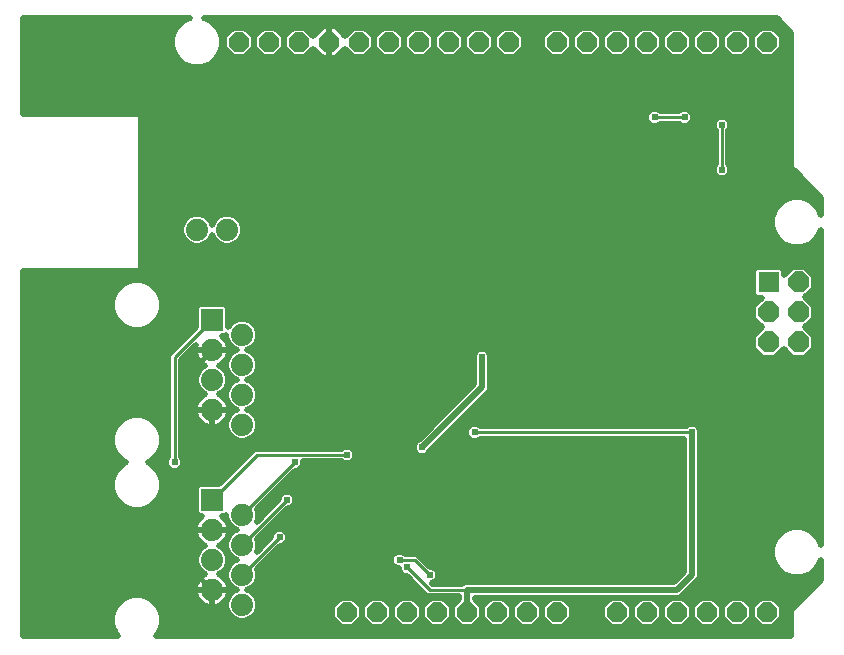
<source format=gbl>
G75*
G70*
%OFA0B0*%
%FSLAX24Y24*%
%IPPOS*%
%LPD*%
%AMOC8*
5,1,8,0,0,1.08239X$1,22.5*
%
%ADD10OC8,0.0660*%
%ADD11OC8,0.0700*%
%ADD12R,0.0700X0.0700*%
%ADD13C,0.0740*%
%ADD14R,0.0740X0.0740*%
%ADD15C,0.0238*%
%ADD16C,0.0100*%
%ADD17C,0.0200*%
%ADD18C,0.0160*%
D10*
X011500Y001500D03*
X012500Y001500D03*
X013500Y001500D03*
X014500Y001500D03*
X015500Y001500D03*
X016500Y001500D03*
X017500Y001500D03*
X018500Y001500D03*
X020500Y001500D03*
X021500Y001500D03*
X022500Y001500D03*
X023500Y001500D03*
X024500Y001500D03*
X025500Y001500D03*
X025500Y020500D03*
X024500Y020500D03*
X023500Y020500D03*
X022500Y020500D03*
X021500Y020500D03*
X020500Y020500D03*
X019500Y020500D03*
X018500Y020500D03*
X016900Y020500D03*
X015900Y020500D03*
X014900Y020500D03*
X013900Y020500D03*
X012900Y020500D03*
X011900Y020500D03*
X010900Y020500D03*
X009900Y020500D03*
X008900Y020500D03*
X007900Y020500D03*
D11*
X025550Y011500D03*
X026550Y011500D03*
X026550Y010500D03*
X025550Y010500D03*
X026550Y012500D03*
D12*
X025550Y012500D03*
D13*
X008000Y010750D03*
X007000Y010250D03*
X008000Y009750D03*
X007000Y009250D03*
X008000Y008750D03*
X007000Y008250D03*
X008000Y007750D03*
X008000Y004750D03*
X007000Y004250D03*
X008000Y003750D03*
X007000Y003250D03*
X008000Y002750D03*
X007000Y002250D03*
X008000Y001750D03*
X007500Y014250D03*
X006500Y014250D03*
D14*
X007000Y011250D03*
X007000Y005250D03*
D15*
X005750Y006500D03*
X009250Y004000D03*
X009500Y005250D03*
X009750Y006500D03*
X010500Y007250D03*
X011500Y006750D03*
X013250Y005500D03*
X014000Y007000D03*
X013500Y007250D03*
X013750Y008750D03*
X015750Y007500D03*
X016000Y010000D03*
X020750Y014250D03*
X018500Y014500D03*
X017000Y017000D03*
X021750Y018000D03*
X022750Y018000D03*
X024000Y017750D03*
X024000Y016250D03*
X023000Y007500D03*
X014250Y002750D03*
X013500Y003000D03*
X013250Y003250D03*
D16*
X013750Y003250D01*
X014250Y002750D01*
X014250Y002250D02*
X015500Y002250D01*
X014250Y002250D02*
X013500Y003000D01*
X013250Y005500D02*
X012000Y005500D01*
X011500Y006750D02*
X008500Y006750D01*
X007000Y005250D01*
X008000Y004750D02*
X009750Y006500D01*
X010500Y007250D02*
X012250Y007250D01*
X013500Y007250D01*
X012250Y007250D02*
X012000Y007000D01*
X013750Y008750D02*
X017000Y012000D01*
X017000Y014250D01*
X020750Y014250D01*
X018500Y014500D02*
X017000Y014500D01*
X017000Y014250D01*
X017000Y014500D02*
X017000Y017000D01*
X021750Y018000D02*
X022750Y018000D01*
X024000Y017750D02*
X024000Y016250D01*
X013750Y008750D02*
X010900Y011600D01*
X010900Y020500D01*
X007000Y011250D02*
X006000Y010250D01*
X005750Y010000D01*
X005750Y006500D01*
X008000Y003750D02*
X009500Y005250D01*
X009250Y004000D02*
X008000Y002750D01*
X015750Y007500D02*
X023000Y007500D01*
D17*
X000700Y012875D02*
X000700Y000700D01*
X003876Y000700D01*
X003796Y000780D01*
X003670Y001085D01*
X003670Y001415D01*
X003796Y001720D01*
X004030Y001954D01*
X004335Y002080D01*
X004665Y002080D01*
X004970Y001954D01*
X005204Y001720D01*
X005330Y001415D01*
X005330Y001085D01*
X005204Y000780D01*
X005124Y000700D01*
X026300Y000700D01*
X026300Y001583D01*
X027300Y002583D01*
X027300Y003263D01*
X027204Y003030D01*
X026970Y002796D01*
X026665Y002670D01*
X026335Y002670D01*
X026030Y002796D01*
X025796Y003030D01*
X025670Y003335D01*
X025670Y003665D01*
X025796Y003970D01*
X026030Y004204D01*
X026335Y004330D01*
X026665Y004330D01*
X026970Y004204D01*
X027204Y003970D01*
X027300Y003737D01*
X027300Y014263D01*
X027204Y014030D01*
X026970Y013796D01*
X026665Y013670D01*
X026335Y013670D01*
X026030Y013796D01*
X025796Y014030D01*
X025670Y014335D01*
X025670Y014665D01*
X025796Y014970D01*
X026030Y015204D01*
X026335Y015330D01*
X026665Y015330D01*
X026970Y015204D01*
X027204Y014970D01*
X027300Y014737D01*
X027300Y015317D01*
X026417Y016200D01*
X026300Y016317D01*
X026300Y020817D01*
X025817Y021300D01*
X006737Y021300D01*
X006970Y021204D01*
X007204Y020970D01*
X007330Y020665D01*
X007330Y020335D01*
X007204Y020030D01*
X006970Y019796D01*
X006665Y019670D01*
X006335Y019670D01*
X006030Y019796D01*
X005796Y020030D01*
X005670Y020335D01*
X005670Y020665D01*
X005796Y020970D01*
X006030Y021204D01*
X006263Y021300D01*
X000700Y021300D01*
X000700Y018125D01*
X004552Y018125D01*
X004625Y018052D01*
X004625Y012948D01*
X004552Y012875D01*
X000700Y012875D01*
X000700Y012807D02*
X025040Y012807D01*
X025040Y012916D02*
X025040Y012084D01*
X025134Y011990D01*
X025319Y011990D01*
X025040Y011711D01*
X025040Y011289D01*
X025329Y011000D01*
X025040Y010711D01*
X025040Y010289D01*
X025339Y009990D01*
X025761Y009990D01*
X026050Y010279D01*
X026339Y009990D01*
X026761Y009990D01*
X027060Y010289D01*
X027060Y010711D01*
X026771Y011000D01*
X027060Y011289D01*
X027060Y011711D01*
X026771Y012000D01*
X027060Y012289D01*
X027060Y012711D01*
X026761Y013010D01*
X026339Y013010D01*
X026060Y012731D01*
X026060Y012916D01*
X025966Y013010D01*
X025134Y013010D01*
X025040Y012916D01*
X025129Y013006D02*
X004625Y013006D01*
X004625Y013204D02*
X027300Y013204D01*
X027300Y013006D02*
X026766Y013006D01*
X026964Y012807D02*
X027300Y012807D01*
X027300Y012609D02*
X027060Y012609D01*
X027060Y012410D02*
X027300Y012410D01*
X027300Y012212D02*
X026983Y012212D01*
X026784Y012013D02*
X027300Y012013D01*
X027300Y011815D02*
X026957Y011815D01*
X027060Y011616D02*
X027300Y011616D01*
X027300Y011418D02*
X027060Y011418D01*
X026990Y011219D02*
X027300Y011219D01*
X027300Y011021D02*
X026792Y011021D01*
X026949Y010822D02*
X027300Y010822D01*
X027300Y010624D02*
X027060Y010624D01*
X027060Y010425D02*
X027300Y010425D01*
X027300Y010227D02*
X026998Y010227D01*
X026799Y010028D02*
X027300Y010028D01*
X027300Y009830D02*
X016260Y009830D01*
X016260Y009898D02*
X016279Y009944D01*
X016279Y010056D01*
X016237Y010158D01*
X016158Y010237D01*
X016056Y010279D01*
X015944Y010279D01*
X015842Y010237D01*
X015763Y010158D01*
X015721Y010056D01*
X015721Y009944D01*
X015740Y009898D01*
X015740Y009108D01*
X013888Y007256D01*
X013842Y007237D01*
X013763Y007158D01*
X013721Y007056D01*
X013721Y006944D01*
X013763Y006842D01*
X013842Y006763D01*
X013944Y006721D01*
X014056Y006721D01*
X014158Y006763D01*
X014237Y006842D01*
X014256Y006888D01*
X016147Y008780D01*
X016220Y008853D01*
X016260Y008948D01*
X016260Y009898D01*
X016279Y010028D02*
X025301Y010028D01*
X025102Y010227D02*
X016168Y010227D01*
X016000Y010000D02*
X016000Y009000D01*
X014000Y007000D01*
X013872Y007249D02*
X008175Y007249D01*
X008105Y007220D02*
X008300Y007301D01*
X008449Y007450D01*
X008530Y007645D01*
X008530Y007855D01*
X008449Y008050D01*
X008300Y008199D01*
X008178Y008250D01*
X008300Y008301D01*
X008449Y008450D01*
X008530Y008645D01*
X008530Y008855D01*
X008449Y009050D01*
X008300Y009199D01*
X008178Y009250D01*
X008300Y009301D01*
X008449Y009450D01*
X008530Y009645D01*
X008530Y009855D01*
X008449Y010050D01*
X008300Y010199D01*
X008178Y010250D01*
X008300Y010301D01*
X008449Y010450D01*
X008530Y010645D01*
X008530Y010855D01*
X008449Y011050D01*
X008300Y011199D01*
X008105Y011280D01*
X007895Y011280D01*
X007700Y011199D01*
X007551Y011050D01*
X007530Y011000D01*
X007530Y011686D01*
X007436Y011780D01*
X006564Y011780D01*
X006470Y011686D01*
X006470Y011017D01*
X005913Y010460D01*
X005663Y010210D01*
X005540Y010087D01*
X005540Y006685D01*
X005513Y006658D01*
X005471Y006556D01*
X005471Y006444D01*
X005513Y006342D01*
X005592Y006263D01*
X005694Y006221D01*
X005806Y006221D01*
X005908Y006263D01*
X005987Y006342D01*
X006029Y006444D01*
X006029Y006556D01*
X005987Y006658D01*
X005960Y006685D01*
X005960Y009913D01*
X006210Y010163D01*
X006451Y010404D01*
X006444Y010383D01*
X006430Y010295D01*
X006430Y010250D01*
X007000Y010250D01*
X007570Y010250D01*
X007570Y010295D01*
X007556Y010383D01*
X007528Y010469D01*
X007488Y010549D01*
X007435Y010621D01*
X007371Y010685D01*
X007323Y010720D01*
X007436Y010720D01*
X007470Y010754D01*
X007470Y010645D01*
X007551Y010450D01*
X007700Y010301D01*
X007822Y010250D01*
X007700Y010199D01*
X007551Y010050D01*
X007470Y009855D01*
X007470Y009645D01*
X007551Y009450D01*
X007700Y009301D01*
X007822Y009250D01*
X007700Y009199D01*
X007551Y009050D01*
X007470Y008855D01*
X007470Y008645D01*
X007551Y008450D01*
X007700Y008301D01*
X007822Y008250D01*
X007700Y008199D01*
X007551Y008050D01*
X007470Y007855D01*
X007470Y007645D01*
X007551Y007450D01*
X007700Y007301D01*
X007895Y007220D01*
X008105Y007220D01*
X007825Y007249D02*
X005960Y007249D01*
X005960Y007051D02*
X013721Y007051D01*
X013759Y006852D02*
X011760Y006852D01*
X011779Y006806D02*
X011737Y006908D01*
X011658Y006987D01*
X011556Y007029D01*
X011444Y007029D01*
X011342Y006987D01*
X011315Y006960D01*
X008413Y006960D01*
X008290Y006837D01*
X007233Y005780D01*
X006564Y005780D01*
X006470Y005686D01*
X006470Y004814D01*
X006564Y004720D01*
X006677Y004720D01*
X006629Y004685D01*
X006565Y004621D01*
X006512Y004549D01*
X006472Y004469D01*
X006444Y004383D01*
X006430Y004295D01*
X006430Y004250D01*
X007000Y004250D01*
X007570Y004250D01*
X007570Y004295D01*
X007556Y004383D01*
X007528Y004469D01*
X007488Y004549D01*
X007435Y004621D01*
X007371Y004685D01*
X007323Y004720D01*
X007436Y004720D01*
X007470Y004754D01*
X007470Y004645D01*
X007551Y004450D01*
X007700Y004301D01*
X007822Y004250D01*
X007700Y004199D01*
X007551Y004050D01*
X007470Y003855D01*
X007470Y003645D01*
X007551Y003450D01*
X007700Y003301D01*
X007822Y003250D01*
X007700Y003199D01*
X007551Y003050D01*
X007470Y002855D01*
X007470Y002645D01*
X007551Y002450D01*
X007700Y002301D01*
X007822Y002250D01*
X007700Y002199D01*
X007551Y002050D01*
X007470Y001855D01*
X007470Y001645D01*
X007551Y001450D01*
X007700Y001301D01*
X007895Y001220D01*
X008105Y001220D01*
X008300Y001301D01*
X008449Y001450D01*
X008530Y001645D01*
X008530Y001855D01*
X008449Y002050D01*
X008300Y002199D01*
X008178Y002250D01*
X008300Y002301D01*
X008449Y002450D01*
X008530Y002645D01*
X008530Y002855D01*
X008493Y002946D01*
X009268Y003721D01*
X009306Y003721D01*
X009408Y003763D01*
X009487Y003842D01*
X009529Y003944D01*
X009529Y004056D01*
X009487Y004158D01*
X009408Y004237D01*
X009306Y004279D01*
X009194Y004279D01*
X009092Y004237D01*
X009013Y004158D01*
X008971Y004056D01*
X008971Y004018D01*
X008482Y003529D01*
X008530Y003645D01*
X008530Y003855D01*
X008493Y003946D01*
X009518Y004971D01*
X009556Y004971D01*
X009658Y005013D01*
X009737Y005092D01*
X009779Y005194D01*
X009779Y005306D01*
X009737Y005408D01*
X009658Y005487D01*
X009556Y005529D01*
X009444Y005529D01*
X009342Y005487D01*
X009263Y005408D01*
X009221Y005306D01*
X009221Y005268D01*
X008482Y004529D01*
X008530Y004645D01*
X008530Y004855D01*
X008493Y004946D01*
X009768Y006221D01*
X009806Y006221D01*
X009908Y006263D01*
X009987Y006342D01*
X010029Y006444D01*
X010029Y006540D01*
X011315Y006540D01*
X011342Y006513D01*
X011444Y006471D01*
X011556Y006471D01*
X011658Y006513D01*
X011737Y006592D01*
X011779Y006694D01*
X011779Y006806D01*
X011762Y006654D02*
X022740Y006654D01*
X022740Y006852D02*
X014241Y006852D01*
X014418Y007051D02*
X022740Y007051D01*
X022740Y007249D02*
X015873Y007249D01*
X015908Y007263D02*
X015935Y007290D01*
X022740Y007290D01*
X022740Y002858D01*
X022392Y002510D01*
X015448Y002510D01*
X015353Y002470D01*
X015342Y002460D01*
X014337Y002460D01*
X014320Y002477D01*
X014408Y002513D01*
X014487Y002592D01*
X014529Y002694D01*
X014529Y002806D01*
X014487Y002908D01*
X014408Y002987D01*
X014306Y003029D01*
X014268Y003029D01*
X013837Y003460D01*
X013435Y003460D01*
X013408Y003487D01*
X013306Y003529D01*
X013194Y003529D01*
X013092Y003487D01*
X013013Y003408D01*
X012971Y003306D01*
X012971Y003194D01*
X013013Y003092D01*
X013092Y003013D01*
X013194Y002971D01*
X013221Y002971D01*
X013221Y002944D01*
X013263Y002842D01*
X013342Y002763D01*
X013444Y002721D01*
X013482Y002721D01*
X014040Y002163D01*
X014163Y002040D01*
X015240Y002040D01*
X015240Y001933D01*
X015010Y001703D01*
X015010Y001297D01*
X015297Y001010D01*
X015703Y001010D01*
X015990Y001297D01*
X015990Y001703D01*
X015760Y001933D01*
X015760Y001990D01*
X022552Y001990D01*
X022647Y002030D01*
X023147Y002530D01*
X023220Y002603D01*
X023260Y002698D01*
X023260Y007398D01*
X023279Y007444D01*
X023279Y007556D01*
X023237Y007658D01*
X023158Y007737D01*
X023056Y007779D01*
X022944Y007779D01*
X022842Y007737D01*
X022815Y007710D01*
X015935Y007710D01*
X015908Y007737D01*
X015806Y007779D01*
X015694Y007779D01*
X015592Y007737D01*
X015513Y007658D01*
X015471Y007556D01*
X015471Y007444D01*
X015513Y007342D01*
X015592Y007263D01*
X015694Y007221D01*
X015806Y007221D01*
X015908Y007263D01*
X015627Y007249D02*
X014617Y007249D01*
X014815Y007448D02*
X015471Y007448D01*
X015508Y007646D02*
X015014Y007646D01*
X015212Y007845D02*
X027300Y007845D01*
X027300Y008043D02*
X015411Y008043D01*
X015609Y008242D02*
X027300Y008242D01*
X027300Y008440D02*
X015808Y008440D01*
X016006Y008639D02*
X027300Y008639D01*
X027300Y008837D02*
X016205Y008837D01*
X016147Y008780D02*
X016147Y008780D01*
X016260Y009036D02*
X027300Y009036D01*
X027300Y009234D02*
X016260Y009234D01*
X016260Y009433D02*
X027300Y009433D01*
X027300Y009631D02*
X016260Y009631D01*
X015740Y009631D02*
X008524Y009631D01*
X008530Y009830D02*
X015740Y009830D01*
X015721Y010028D02*
X008459Y010028D01*
X008235Y010227D02*
X015832Y010227D01*
X015740Y009433D02*
X008432Y009433D01*
X008216Y009234D02*
X015740Y009234D01*
X015668Y009036D02*
X008455Y009036D01*
X008530Y008837D02*
X015469Y008837D01*
X015271Y008639D02*
X008527Y008639D01*
X008440Y008440D02*
X015072Y008440D01*
X014874Y008242D02*
X008198Y008242D01*
X008452Y008043D02*
X014675Y008043D01*
X014477Y007845D02*
X008530Y007845D01*
X008530Y007646D02*
X014278Y007646D01*
X014080Y007448D02*
X008447Y007448D01*
X008305Y006852D02*
X005960Y006852D01*
X005988Y006654D02*
X008107Y006654D01*
X007908Y006455D02*
X006029Y006455D01*
X005891Y006257D02*
X007710Y006257D01*
X007511Y006058D02*
X005271Y006058D01*
X005330Y005915D02*
X005204Y006220D01*
X004970Y006454D01*
X004858Y006500D01*
X004970Y006546D01*
X005204Y006780D01*
X005330Y007085D01*
X005330Y007415D01*
X005204Y007720D01*
X004970Y007954D01*
X004665Y008080D01*
X004335Y008080D01*
X004030Y007954D01*
X003796Y007720D01*
X003670Y007415D01*
X003670Y007085D01*
X003796Y006780D01*
X004030Y006546D01*
X004142Y006500D01*
X004030Y006454D01*
X003796Y006220D01*
X003670Y005915D01*
X003670Y005585D01*
X003796Y005280D01*
X004030Y005046D01*
X004335Y004920D01*
X004665Y004920D01*
X004970Y005046D01*
X005204Y005280D01*
X005330Y005585D01*
X005330Y005915D01*
X005330Y005860D02*
X007313Y005860D01*
X006470Y005661D02*
X005330Y005661D01*
X005279Y005463D02*
X006470Y005463D01*
X006470Y005264D02*
X005188Y005264D01*
X004989Y005066D02*
X006470Y005066D01*
X006470Y004867D02*
X000700Y004867D01*
X000700Y004669D02*
X006612Y004669D01*
X006472Y004470D02*
X000700Y004470D01*
X000700Y004272D02*
X006430Y004272D01*
X006430Y004250D02*
X006430Y004205D01*
X006444Y004117D01*
X006472Y004031D01*
X006512Y003951D01*
X006565Y003879D01*
X006629Y003815D01*
X006701Y003762D01*
X006769Y003728D01*
X006700Y003699D01*
X006551Y003550D01*
X006470Y003355D01*
X006470Y003145D01*
X006551Y002950D01*
X006700Y002801D01*
X006769Y002772D01*
X006701Y002738D01*
X006629Y002685D01*
X006565Y002621D01*
X006512Y002549D01*
X006472Y002469D01*
X006444Y002383D01*
X006430Y002295D01*
X006430Y002250D01*
X007000Y002250D01*
X007000Y001500D01*
X007500Y001000D01*
X010000Y001000D01*
X010750Y001750D01*
X011500Y002500D01*
X012000Y003000D01*
X012000Y005500D01*
X012000Y007000D01*
X012250Y007250D01*
X012500Y007500D01*
X013750Y008750D01*
X010029Y006455D02*
X022740Y006455D01*
X022740Y006257D02*
X009891Y006257D01*
X009605Y006058D02*
X022740Y006058D01*
X022740Y005860D02*
X009406Y005860D01*
X009208Y005661D02*
X022740Y005661D01*
X022740Y005463D02*
X009682Y005463D01*
X009779Y005264D02*
X022740Y005264D01*
X022740Y005066D02*
X009710Y005066D01*
X009414Y004867D02*
X022740Y004867D01*
X022740Y004669D02*
X009215Y004669D01*
X009017Y004470D02*
X022740Y004470D01*
X022740Y004272D02*
X009324Y004272D01*
X009176Y004272D02*
X008818Y004272D01*
X008978Y004073D02*
X008620Y004073D01*
X008522Y003875D02*
X008828Y003875D01*
X008629Y003676D02*
X008530Y003676D01*
X008826Y003279D02*
X012971Y003279D01*
X013025Y003081D02*
X008627Y003081D01*
X008519Y002882D02*
X013247Y002882D01*
X013520Y002684D02*
X008530Y002684D01*
X008464Y002485D02*
X013718Y002485D01*
X013917Y002287D02*
X008266Y002287D01*
X008412Y002088D02*
X014115Y002088D01*
X014297Y001990D02*
X014010Y001703D01*
X014010Y001297D01*
X014297Y001010D01*
X014703Y001010D01*
X014990Y001297D01*
X014990Y001703D01*
X014703Y001990D01*
X014297Y001990D01*
X014197Y001890D02*
X013803Y001890D01*
X013703Y001990D02*
X013297Y001990D01*
X013010Y001703D01*
X013010Y001297D01*
X013297Y001010D01*
X013703Y001010D01*
X013990Y001297D01*
X013990Y001703D01*
X013703Y001990D01*
X013990Y001691D02*
X014010Y001691D01*
X014010Y001493D02*
X013990Y001493D01*
X013987Y001294D02*
X014013Y001294D01*
X014212Y001096D02*
X013788Y001096D01*
X013212Y001096D02*
X012788Y001096D01*
X012703Y001010D02*
X012990Y001297D01*
X012990Y001703D01*
X012703Y001990D01*
X012297Y001990D01*
X012010Y001703D01*
X012010Y001297D01*
X012297Y001010D01*
X012703Y001010D01*
X012987Y001294D02*
X013013Y001294D01*
X013010Y001493D02*
X012990Y001493D01*
X012990Y001691D02*
X013010Y001691D01*
X013197Y001890D02*
X012803Y001890D01*
X012197Y001890D02*
X011803Y001890D01*
X011703Y001990D02*
X011297Y001990D01*
X011010Y001703D01*
X011010Y001297D01*
X011297Y001010D01*
X011703Y001010D01*
X011990Y001297D01*
X011990Y001703D01*
X011703Y001990D01*
X011990Y001691D02*
X012010Y001691D01*
X012010Y001493D02*
X011990Y001493D01*
X011987Y001294D02*
X012013Y001294D01*
X012212Y001096D02*
X011788Y001096D01*
X011212Y001096D02*
X005330Y001096D01*
X005330Y001294D02*
X007716Y001294D01*
X007533Y001493D02*
X005298Y001493D01*
X005216Y001691D02*
X006886Y001691D01*
X006867Y001694D02*
X006955Y001680D01*
X007000Y001680D01*
X007045Y001680D01*
X007133Y001694D01*
X007219Y001722D01*
X007299Y001762D01*
X007371Y001815D01*
X007435Y001879D01*
X007488Y001951D01*
X007528Y002031D01*
X007556Y002117D01*
X007570Y002205D01*
X007570Y002250D01*
X007570Y002295D01*
X007556Y002383D01*
X007528Y002469D01*
X007488Y002549D01*
X007435Y002621D01*
X007371Y002685D01*
X007299Y002738D01*
X007231Y002772D01*
X007300Y002801D01*
X007449Y002950D01*
X007530Y003145D01*
X007530Y003355D01*
X007449Y003550D01*
X007300Y003699D01*
X007231Y003728D01*
X007299Y003762D01*
X007371Y003815D01*
X007435Y003879D01*
X007488Y003951D01*
X007528Y004031D01*
X007556Y004117D01*
X007570Y004205D01*
X007570Y004250D01*
X007000Y004250D01*
X007000Y004250D01*
X007000Y004250D01*
X006430Y004250D01*
X006458Y004073D02*
X000700Y004073D01*
X000700Y003875D02*
X006569Y003875D01*
X006676Y003676D02*
X000700Y003676D01*
X000700Y003478D02*
X006521Y003478D01*
X006470Y003279D02*
X000700Y003279D01*
X000700Y003081D02*
X006497Y003081D01*
X006618Y002882D02*
X000700Y002882D01*
X000700Y002684D02*
X006627Y002684D01*
X006480Y002485D02*
X000700Y002485D01*
X000700Y002287D02*
X006430Y002287D01*
X006430Y002250D02*
X006430Y002205D01*
X006444Y002117D01*
X006472Y002031D01*
X006512Y001951D01*
X006565Y001879D01*
X006629Y001815D01*
X006701Y001762D01*
X006781Y001722D01*
X006867Y001694D01*
X007000Y001691D02*
X007000Y001691D01*
X007000Y001680D02*
X007000Y002250D01*
X007570Y002250D01*
X007000Y002250D01*
X007000Y002250D01*
X007000Y001680D01*
X007114Y001691D02*
X007470Y001691D01*
X007484Y001890D02*
X007443Y001890D01*
X007547Y002088D02*
X007588Y002088D01*
X007570Y002287D02*
X007734Y002287D01*
X007536Y002485D02*
X007520Y002485D01*
X007470Y002684D02*
X007373Y002684D01*
X007382Y002882D02*
X007481Y002882D01*
X007503Y003081D02*
X007581Y003081D01*
X007530Y003279D02*
X007752Y003279D01*
X007539Y003478D02*
X007479Y003478D01*
X007470Y003676D02*
X007324Y003676D01*
X007431Y003875D02*
X007478Y003875D01*
X007542Y004073D02*
X007573Y004073D01*
X007570Y004272D02*
X007770Y004272D01*
X007542Y004470D02*
X007528Y004470D01*
X007470Y004669D02*
X007388Y004669D01*
X008530Y004669D02*
X008622Y004669D01*
X008525Y004867D02*
X008820Y004867D01*
X009019Y005066D02*
X008612Y005066D01*
X008811Y005264D02*
X009217Y005264D01*
X009318Y005463D02*
X009009Y005463D01*
X009522Y004073D02*
X022740Y004073D01*
X022740Y003875D02*
X009500Y003875D01*
X009223Y003676D02*
X022740Y003676D01*
X022740Y003478D02*
X013417Y003478D01*
X013083Y003478D02*
X009024Y003478D01*
X007000Y002250D02*
X007000Y002250D01*
X007000Y002250D01*
X006430Y002250D01*
X006453Y002088D02*
X000700Y002088D01*
X000700Y001890D02*
X003966Y001890D01*
X003784Y001691D02*
X000700Y001691D01*
X000700Y001493D02*
X003702Y001493D01*
X003670Y001294D02*
X000700Y001294D01*
X000700Y001096D02*
X003670Y001096D01*
X003748Y000897D02*
X000700Y000897D01*
X005034Y001890D02*
X006557Y001890D01*
X007000Y001890D02*
X007000Y001890D01*
X007000Y002088D02*
X007000Y002088D01*
X008284Y001294D02*
X011013Y001294D01*
X011010Y001493D02*
X008467Y001493D01*
X008530Y001691D02*
X011010Y001691D01*
X011197Y001890D02*
X008516Y001890D01*
X005252Y000897D02*
X026300Y000897D01*
X026300Y001096D02*
X025788Y001096D01*
X025703Y001010D02*
X025990Y001297D01*
X025990Y001703D01*
X025703Y001990D01*
X025297Y001990D01*
X025010Y001703D01*
X025010Y001297D01*
X025297Y001010D01*
X025703Y001010D01*
X025987Y001294D02*
X026300Y001294D01*
X026300Y001493D02*
X025990Y001493D01*
X025990Y001691D02*
X026408Y001691D01*
X026607Y001890D02*
X025803Y001890D01*
X025197Y001890D02*
X024803Y001890D01*
X024703Y001990D02*
X024297Y001990D01*
X024010Y001703D01*
X024010Y001297D01*
X024297Y001010D01*
X024703Y001010D01*
X024990Y001297D01*
X024990Y001703D01*
X024703Y001990D01*
X024990Y001691D02*
X025010Y001691D01*
X025010Y001493D02*
X024990Y001493D01*
X024987Y001294D02*
X025013Y001294D01*
X025212Y001096D02*
X024788Y001096D01*
X024212Y001096D02*
X023788Y001096D01*
X023703Y001010D02*
X023297Y001010D01*
X023010Y001297D01*
X023010Y001703D01*
X023297Y001990D01*
X023703Y001990D01*
X023990Y001703D01*
X023990Y001297D01*
X023703Y001010D01*
X023987Y001294D02*
X024013Y001294D01*
X024010Y001493D02*
X023990Y001493D01*
X023990Y001691D02*
X024010Y001691D01*
X024197Y001890D02*
X023803Y001890D01*
X023197Y001890D02*
X022803Y001890D01*
X022703Y001990D02*
X022297Y001990D01*
X022010Y001703D01*
X022010Y001297D01*
X022297Y001010D01*
X022703Y001010D01*
X022990Y001297D01*
X022990Y001703D01*
X022703Y001990D01*
X022706Y002088D02*
X026805Y002088D01*
X027004Y002287D02*
X022904Y002287D01*
X023103Y002485D02*
X027202Y002485D01*
X027300Y002684D02*
X026697Y002684D01*
X027056Y002882D02*
X027300Y002882D01*
X027300Y003081D02*
X027225Y003081D01*
X027243Y003875D02*
X027300Y003875D01*
X027300Y004073D02*
X027101Y004073D01*
X027300Y004272D02*
X026806Y004272D01*
X027300Y004470D02*
X023260Y004470D01*
X023260Y004272D02*
X026194Y004272D01*
X025899Y004073D02*
X023260Y004073D01*
X023260Y003875D02*
X025757Y003875D01*
X025675Y003676D02*
X023260Y003676D01*
X023260Y003478D02*
X025670Y003478D01*
X025693Y003279D02*
X023260Y003279D01*
X023260Y003081D02*
X025775Y003081D01*
X025944Y002882D02*
X023260Y002882D01*
X023254Y002684D02*
X026303Y002684D01*
X027300Y004669D02*
X023260Y004669D01*
X023260Y004867D02*
X027300Y004867D01*
X027300Y005066D02*
X023260Y005066D01*
X023260Y005264D02*
X027300Y005264D01*
X027300Y005463D02*
X023260Y005463D01*
X023260Y005661D02*
X027300Y005661D01*
X027300Y005860D02*
X023260Y005860D01*
X023260Y006058D02*
X027300Y006058D01*
X027300Y006257D02*
X023260Y006257D01*
X023260Y006455D02*
X027300Y006455D01*
X027300Y006654D02*
X023260Y006654D01*
X023260Y006852D02*
X027300Y006852D01*
X027300Y007051D02*
X023260Y007051D01*
X023260Y007249D02*
X027300Y007249D01*
X027300Y007448D02*
X023279Y007448D01*
X023242Y007646D02*
X027300Y007646D01*
X026301Y010028D02*
X025799Y010028D01*
X025998Y010227D02*
X026102Y010227D01*
X025308Y011021D02*
X008462Y011021D01*
X008530Y010822D02*
X025151Y010822D01*
X025040Y010624D02*
X008521Y010624D01*
X008425Y010425D02*
X025040Y010425D01*
X025110Y011219D02*
X008253Y011219D01*
X007747Y011219D02*
X007530Y011219D01*
X007530Y011021D02*
X007538Y011021D01*
X007530Y011418D02*
X025040Y011418D01*
X025040Y011616D02*
X007530Y011616D01*
X006470Y011616D02*
X005330Y011616D01*
X005330Y011585D02*
X005204Y011280D01*
X004970Y011046D01*
X004665Y010920D01*
X004335Y010920D01*
X004030Y011046D01*
X003796Y011280D01*
X003670Y011585D01*
X003670Y011915D01*
X003796Y012220D01*
X004030Y012454D01*
X004335Y012580D01*
X004665Y012580D01*
X004970Y012454D01*
X005204Y012220D01*
X005330Y011915D01*
X005330Y011585D01*
X005261Y011418D02*
X006470Y011418D01*
X006470Y011219D02*
X005143Y011219D01*
X004908Y011021D02*
X006470Y011021D01*
X006275Y010822D02*
X000700Y010822D01*
X000700Y010624D02*
X006077Y010624D01*
X005878Y010425D02*
X000700Y010425D01*
X000700Y010227D02*
X005680Y010227D01*
X005540Y010028D02*
X000700Y010028D01*
X000700Y009830D02*
X005540Y009830D01*
X005540Y009631D02*
X000700Y009631D01*
X000700Y009433D02*
X005540Y009433D01*
X005540Y009234D02*
X000700Y009234D01*
X000700Y009036D02*
X005540Y009036D01*
X005540Y008837D02*
X000700Y008837D01*
X000700Y008639D02*
X005540Y008639D01*
X005540Y008440D02*
X000700Y008440D01*
X000700Y008242D02*
X005540Y008242D01*
X005540Y008043D02*
X004754Y008043D01*
X005079Y007845D02*
X005540Y007845D01*
X005540Y007646D02*
X005234Y007646D01*
X005316Y007448D02*
X005540Y007448D01*
X005540Y007249D02*
X005330Y007249D01*
X005316Y007051D02*
X005540Y007051D01*
X005540Y006852D02*
X005233Y006852D01*
X005077Y006654D02*
X005512Y006654D01*
X005471Y006455D02*
X004967Y006455D01*
X005167Y006257D02*
X005609Y006257D01*
X005960Y007448D02*
X007553Y007448D01*
X007470Y007646D02*
X005960Y007646D01*
X005960Y007845D02*
X006599Y007845D01*
X006629Y007815D02*
X006701Y007762D01*
X006781Y007722D01*
X006867Y007694D01*
X006955Y007680D01*
X007000Y007680D01*
X007045Y007680D01*
X007133Y007694D01*
X007219Y007722D01*
X007299Y007762D01*
X007371Y007815D01*
X007435Y007879D01*
X007488Y007951D01*
X007528Y008031D01*
X007556Y008117D01*
X007570Y008205D01*
X007570Y008250D01*
X007570Y008295D01*
X007556Y008383D01*
X007528Y008469D01*
X007488Y008549D01*
X007435Y008621D01*
X007371Y008685D01*
X007299Y008738D01*
X007231Y008772D01*
X007300Y008801D01*
X007449Y008950D01*
X007530Y009145D01*
X007530Y009355D01*
X007449Y009550D01*
X007300Y009699D01*
X007231Y009728D01*
X007299Y009762D01*
X007371Y009815D01*
X007435Y009879D01*
X007488Y009951D01*
X007528Y010031D01*
X007556Y010117D01*
X007570Y010205D01*
X007570Y010250D01*
X007000Y010250D01*
X007000Y010250D01*
X007000Y010250D01*
X006430Y010250D01*
X006430Y010205D01*
X006444Y010117D01*
X006472Y010031D01*
X006512Y009951D01*
X006565Y009879D01*
X006629Y009815D01*
X006701Y009762D01*
X006769Y009728D01*
X006700Y009699D01*
X006551Y009550D01*
X006470Y009355D01*
X006470Y009145D01*
X006551Y008950D01*
X006700Y008801D01*
X006769Y008772D01*
X006701Y008738D01*
X006629Y008685D01*
X006565Y008621D01*
X006512Y008549D01*
X006472Y008469D01*
X006444Y008383D01*
X006430Y008295D01*
X006430Y008250D01*
X007000Y008250D01*
X007570Y008250D01*
X007000Y008250D01*
X007000Y008250D01*
X007000Y007680D01*
X007000Y008250D01*
X007000Y008250D01*
X007000Y008250D01*
X006430Y008250D01*
X006430Y008205D01*
X006444Y008117D01*
X006472Y008031D01*
X006512Y007951D01*
X006565Y007879D01*
X006629Y007815D01*
X006468Y008043D02*
X005960Y008043D01*
X005960Y008242D02*
X006430Y008242D01*
X006462Y008440D02*
X005960Y008440D01*
X005960Y008639D02*
X006582Y008639D01*
X006663Y008837D02*
X005960Y008837D01*
X005960Y009036D02*
X006515Y009036D01*
X006470Y009234D02*
X005960Y009234D01*
X005960Y009433D02*
X006502Y009433D01*
X006631Y009631D02*
X005960Y009631D01*
X005960Y009830D02*
X006614Y009830D01*
X006473Y010028D02*
X006075Y010028D01*
X006273Y010227D02*
X006430Y010227D01*
X007386Y009830D02*
X007470Y009830D01*
X007476Y009631D02*
X007369Y009631D01*
X007498Y009433D02*
X007568Y009433D01*
X007530Y009234D02*
X007784Y009234D01*
X007545Y009036D02*
X007485Y009036D01*
X007470Y008837D02*
X007337Y008837D01*
X007418Y008639D02*
X007473Y008639D01*
X007538Y008440D02*
X007560Y008440D01*
X007570Y008242D02*
X007802Y008242D01*
X007548Y008043D02*
X007532Y008043D01*
X007470Y007845D02*
X007401Y007845D01*
X007000Y007845D02*
X007000Y007845D01*
X007000Y008043D02*
X007000Y008043D01*
X007000Y008242D02*
X007000Y008242D01*
X007527Y010028D02*
X007541Y010028D01*
X007570Y010227D02*
X007765Y010227D01*
X007575Y010425D02*
X007542Y010425D01*
X007479Y010624D02*
X007433Y010624D01*
X005330Y011815D02*
X025143Y011815D01*
X025111Y012013D02*
X005289Y012013D01*
X005207Y012212D02*
X025040Y012212D01*
X025040Y012410D02*
X005014Y012410D01*
X003986Y012410D02*
X000700Y012410D01*
X000700Y012212D02*
X003793Y012212D01*
X003711Y012013D02*
X000700Y012013D01*
X000700Y011815D02*
X003670Y011815D01*
X003670Y011616D02*
X000700Y011616D01*
X000700Y011418D02*
X003739Y011418D01*
X003857Y011219D02*
X000700Y011219D01*
X000700Y011021D02*
X004092Y011021D01*
X004625Y013403D02*
X027300Y013403D01*
X027300Y013601D02*
X004625Y013601D01*
X004625Y013800D02*
X006203Y013800D01*
X006200Y013801D02*
X006395Y013720D01*
X006605Y013720D01*
X006800Y013801D01*
X006949Y013950D01*
X007000Y014072D01*
X007051Y013950D01*
X007200Y013801D01*
X007395Y013720D01*
X007605Y013720D01*
X007800Y013801D01*
X007949Y013950D01*
X008030Y014145D01*
X008030Y014355D01*
X007949Y014550D01*
X007800Y014699D01*
X007605Y014780D01*
X007395Y014780D01*
X007200Y014699D01*
X007051Y014550D01*
X007000Y014428D01*
X006949Y014550D01*
X006800Y014699D01*
X006605Y014780D01*
X006395Y014780D01*
X006200Y014699D01*
X006051Y014550D01*
X005970Y014355D01*
X005970Y014145D01*
X006051Y013950D01*
X006200Y013801D01*
X006031Y013998D02*
X004625Y013998D01*
X004625Y014197D02*
X005970Y014197D01*
X005986Y014395D02*
X004625Y014395D01*
X004625Y014594D02*
X006094Y014594D01*
X006906Y014594D02*
X007094Y014594D01*
X007031Y013998D02*
X006969Y013998D01*
X006797Y013800D02*
X007203Y013800D01*
X007797Y013800D02*
X026027Y013800D01*
X025828Y013998D02*
X007969Y013998D01*
X008030Y014197D02*
X025727Y014197D01*
X025670Y014395D02*
X008014Y014395D01*
X007906Y014594D02*
X025670Y014594D01*
X025723Y014792D02*
X004625Y014792D01*
X004625Y014991D02*
X025817Y014991D01*
X026015Y015189D02*
X004625Y015189D01*
X004625Y015388D02*
X027230Y015388D01*
X027300Y015189D02*
X026985Y015189D01*
X027183Y014991D02*
X027300Y014991D01*
X027300Y014792D02*
X027277Y014792D01*
X027273Y014197D02*
X027300Y014197D01*
X027300Y013998D02*
X027172Y013998D01*
X027300Y013800D02*
X026973Y013800D01*
X026334Y013006D02*
X025971Y013006D01*
X026060Y012807D02*
X026136Y012807D01*
X025040Y012609D02*
X000700Y012609D01*
X004625Y015586D02*
X027031Y015586D01*
X026833Y015785D02*
X004625Y015785D01*
X004625Y015983D02*
X023915Y015983D01*
X023944Y015971D02*
X024056Y015971D01*
X024158Y016013D01*
X024237Y016092D01*
X024279Y016194D01*
X024279Y016306D01*
X024237Y016408D01*
X024210Y016435D01*
X024210Y017565D01*
X024237Y017592D01*
X024279Y017694D01*
X024279Y017806D01*
X024237Y017908D01*
X024158Y017987D01*
X024056Y018029D01*
X023944Y018029D01*
X023842Y017987D01*
X023763Y017908D01*
X023721Y017806D01*
X023721Y017694D01*
X023763Y017592D01*
X023790Y017565D01*
X023790Y016435D01*
X023763Y016408D01*
X023721Y016306D01*
X023721Y016194D01*
X023763Y016092D01*
X023842Y016013D01*
X023944Y015971D01*
X024085Y015983D02*
X026634Y015983D01*
X026436Y016182D02*
X024274Y016182D01*
X024248Y016380D02*
X026300Y016380D01*
X026300Y016579D02*
X024210Y016579D01*
X024210Y016777D02*
X026300Y016777D01*
X026300Y016976D02*
X024210Y016976D01*
X024210Y017174D02*
X026300Y017174D01*
X026300Y017373D02*
X024210Y017373D01*
X024216Y017571D02*
X026300Y017571D01*
X026300Y017770D02*
X024279Y017770D01*
X024177Y017968D02*
X026300Y017968D01*
X026300Y018167D02*
X022978Y018167D01*
X022987Y018158D02*
X022908Y018237D01*
X022806Y018279D01*
X022694Y018279D01*
X022592Y018237D01*
X022565Y018210D01*
X021935Y018210D01*
X021908Y018237D01*
X021806Y018279D01*
X021694Y018279D01*
X021592Y018237D01*
X021513Y018158D01*
X021471Y018056D01*
X021471Y017944D01*
X021513Y017842D01*
X021592Y017763D01*
X021694Y017721D01*
X021806Y017721D01*
X021908Y017763D01*
X021935Y017790D01*
X022565Y017790D01*
X022592Y017763D01*
X022694Y017721D01*
X022806Y017721D01*
X022908Y017763D01*
X022987Y017842D01*
X023029Y017944D01*
X023029Y018056D01*
X022987Y018158D01*
X023029Y017968D02*
X023823Y017968D01*
X023721Y017770D02*
X022914Y017770D01*
X022586Y017770D02*
X021914Y017770D01*
X021586Y017770D02*
X004625Y017770D01*
X004625Y017968D02*
X021471Y017968D01*
X021522Y018167D02*
X000700Y018167D01*
X000700Y018365D02*
X026300Y018365D01*
X026300Y018564D02*
X000700Y018564D01*
X000700Y018762D02*
X026300Y018762D01*
X026300Y018961D02*
X000700Y018961D01*
X000700Y019159D02*
X026300Y019159D01*
X026300Y019358D02*
X000700Y019358D01*
X000700Y019556D02*
X026300Y019556D01*
X026300Y019755D02*
X006869Y019755D01*
X007127Y019953D02*
X026300Y019953D01*
X026300Y020152D02*
X025844Y020152D01*
X025703Y020010D02*
X025990Y020297D01*
X025990Y020703D01*
X025703Y020990D01*
X025297Y020990D01*
X025010Y020703D01*
X025010Y020297D01*
X025297Y020010D01*
X025703Y020010D01*
X025990Y020350D02*
X026300Y020350D01*
X026300Y020549D02*
X025990Y020549D01*
X025946Y020747D02*
X026300Y020747D01*
X026172Y020946D02*
X025747Y020946D01*
X025973Y021144D02*
X007030Y021144D01*
X007214Y020946D02*
X007653Y020946D01*
X007697Y020990D02*
X007410Y020703D01*
X007410Y020297D01*
X007697Y020010D01*
X008103Y020010D01*
X008390Y020297D01*
X008390Y020703D01*
X008103Y020990D01*
X007697Y020990D01*
X007454Y020747D02*
X007296Y020747D01*
X007330Y020549D02*
X007410Y020549D01*
X007410Y020350D02*
X007330Y020350D01*
X007254Y020152D02*
X007556Y020152D01*
X008244Y020152D02*
X008556Y020152D01*
X008697Y020010D02*
X008410Y020297D01*
X008410Y020703D01*
X008697Y020990D01*
X009103Y020990D01*
X009390Y020703D01*
X009390Y020297D01*
X009103Y020010D01*
X008697Y020010D01*
X008410Y020350D02*
X008390Y020350D01*
X008390Y020549D02*
X008410Y020549D01*
X008454Y020747D02*
X008346Y020747D01*
X008147Y020946D02*
X008653Y020946D01*
X009147Y020946D02*
X009653Y020946D01*
X009697Y020990D02*
X009410Y020703D01*
X009410Y020297D01*
X009697Y020010D01*
X010103Y020010D01*
X010372Y020279D01*
X010680Y019970D01*
X010900Y019970D01*
X011120Y019970D01*
X011428Y020279D01*
X011697Y020010D01*
X012103Y020010D01*
X012390Y020297D01*
X012390Y020703D01*
X012103Y020990D01*
X011697Y020990D01*
X011428Y020721D01*
X011120Y021030D01*
X010900Y021030D01*
X010900Y020500D01*
X010900Y020500D01*
X010900Y021030D01*
X010680Y021030D01*
X010372Y020721D01*
X010103Y020990D01*
X009697Y020990D01*
X009454Y020747D02*
X009346Y020747D01*
X009390Y020549D02*
X009410Y020549D01*
X009410Y020350D02*
X009390Y020350D01*
X009244Y020152D02*
X009556Y020152D01*
X010244Y020152D02*
X010499Y020152D01*
X010900Y020152D02*
X010900Y020152D01*
X010900Y019970D02*
X010900Y020500D01*
X010900Y020500D01*
X010900Y019970D01*
X010900Y020350D02*
X010900Y020350D01*
X010900Y020549D02*
X010900Y020549D01*
X010900Y020747D02*
X010900Y020747D01*
X010900Y020946D02*
X010900Y020946D01*
X010596Y020946D02*
X010147Y020946D01*
X010346Y020747D02*
X010397Y020747D01*
X011204Y020946D02*
X011653Y020946D01*
X011454Y020747D02*
X011403Y020747D01*
X012147Y020946D02*
X012653Y020946D01*
X012697Y020990D02*
X012410Y020703D01*
X012410Y020297D01*
X012697Y020010D01*
X013103Y020010D01*
X013390Y020297D01*
X013390Y020703D01*
X013103Y020990D01*
X012697Y020990D01*
X012454Y020747D02*
X012346Y020747D01*
X012390Y020549D02*
X012410Y020549D01*
X012410Y020350D02*
X012390Y020350D01*
X012244Y020152D02*
X012556Y020152D01*
X013244Y020152D02*
X013556Y020152D01*
X013697Y020010D02*
X013410Y020297D01*
X013410Y020703D01*
X013697Y020990D01*
X014103Y020990D01*
X014390Y020703D01*
X014390Y020297D01*
X014103Y020010D01*
X013697Y020010D01*
X013410Y020350D02*
X013390Y020350D01*
X013390Y020549D02*
X013410Y020549D01*
X013454Y020747D02*
X013346Y020747D01*
X013147Y020946D02*
X013653Y020946D01*
X014147Y020946D02*
X014653Y020946D01*
X014697Y020990D02*
X014410Y020703D01*
X014410Y020297D01*
X014697Y020010D01*
X015103Y020010D01*
X015390Y020297D01*
X015390Y020703D01*
X015103Y020990D01*
X014697Y020990D01*
X014454Y020747D02*
X014346Y020747D01*
X014390Y020549D02*
X014410Y020549D01*
X014410Y020350D02*
X014390Y020350D01*
X014244Y020152D02*
X014556Y020152D01*
X015244Y020152D02*
X015556Y020152D01*
X015697Y020010D02*
X016103Y020010D01*
X016390Y020297D01*
X016390Y020703D01*
X016103Y020990D01*
X015697Y020990D01*
X015410Y020703D01*
X015410Y020297D01*
X015697Y020010D01*
X015410Y020350D02*
X015390Y020350D01*
X015390Y020549D02*
X015410Y020549D01*
X015454Y020747D02*
X015346Y020747D01*
X015147Y020946D02*
X015653Y020946D01*
X016147Y020946D02*
X016653Y020946D01*
X016697Y020990D02*
X016410Y020703D01*
X016410Y020297D01*
X016697Y020010D01*
X017103Y020010D01*
X017390Y020297D01*
X017390Y020703D01*
X017103Y020990D01*
X016697Y020990D01*
X016454Y020747D02*
X016346Y020747D01*
X016390Y020549D02*
X016410Y020549D01*
X016410Y020350D02*
X016390Y020350D01*
X016244Y020152D02*
X016556Y020152D01*
X017244Y020152D02*
X018156Y020152D01*
X018297Y020010D02*
X018010Y020297D01*
X018010Y020703D01*
X018297Y020990D01*
X018703Y020990D01*
X018990Y020703D01*
X018990Y020297D01*
X018703Y020010D01*
X018297Y020010D01*
X018010Y020350D02*
X017390Y020350D01*
X017390Y020549D02*
X018010Y020549D01*
X018054Y020747D02*
X017346Y020747D01*
X017147Y020946D02*
X018253Y020946D01*
X018747Y020946D02*
X019253Y020946D01*
X019297Y020990D02*
X019010Y020703D01*
X019010Y020297D01*
X019297Y020010D01*
X019703Y020010D01*
X019990Y020297D01*
X019990Y020703D01*
X019703Y020990D01*
X019297Y020990D01*
X019054Y020747D02*
X018946Y020747D01*
X018990Y020549D02*
X019010Y020549D01*
X019010Y020350D02*
X018990Y020350D01*
X018844Y020152D02*
X019156Y020152D01*
X019844Y020152D02*
X020156Y020152D01*
X020297Y020010D02*
X020010Y020297D01*
X020010Y020703D01*
X020297Y020990D01*
X020703Y020990D01*
X020990Y020703D01*
X020990Y020297D01*
X020703Y020010D01*
X020297Y020010D01*
X020010Y020350D02*
X019990Y020350D01*
X019990Y020549D02*
X020010Y020549D01*
X020054Y020747D02*
X019946Y020747D01*
X019747Y020946D02*
X020253Y020946D01*
X020747Y020946D02*
X021253Y020946D01*
X021297Y020990D02*
X021010Y020703D01*
X021010Y020297D01*
X021297Y020010D01*
X021703Y020010D01*
X021990Y020297D01*
X021990Y020703D01*
X021703Y020990D01*
X021297Y020990D01*
X021054Y020747D02*
X020946Y020747D01*
X020990Y020549D02*
X021010Y020549D01*
X021010Y020350D02*
X020990Y020350D01*
X020844Y020152D02*
X021156Y020152D01*
X021844Y020152D02*
X022156Y020152D01*
X022297Y020010D02*
X022010Y020297D01*
X022010Y020703D01*
X022297Y020990D01*
X022703Y020990D01*
X022990Y020703D01*
X022990Y020297D01*
X022703Y020010D01*
X022297Y020010D01*
X022010Y020350D02*
X021990Y020350D01*
X021990Y020549D02*
X022010Y020549D01*
X022054Y020747D02*
X021946Y020747D01*
X021747Y020946D02*
X022253Y020946D01*
X022747Y020946D02*
X023253Y020946D01*
X023297Y020990D02*
X023010Y020703D01*
X023010Y020297D01*
X023297Y020010D01*
X023703Y020010D01*
X023990Y020297D01*
X023990Y020703D01*
X023703Y020990D01*
X023297Y020990D01*
X023054Y020747D02*
X022946Y020747D01*
X022990Y020549D02*
X023010Y020549D01*
X023010Y020350D02*
X022990Y020350D01*
X022844Y020152D02*
X023156Y020152D01*
X023844Y020152D02*
X024156Y020152D01*
X024297Y020010D02*
X024703Y020010D01*
X024990Y020297D01*
X024990Y020703D01*
X024703Y020990D01*
X024297Y020990D01*
X024010Y020703D01*
X024010Y020297D01*
X024297Y020010D01*
X024010Y020350D02*
X023990Y020350D01*
X023990Y020549D02*
X024010Y020549D01*
X024054Y020747D02*
X023946Y020747D01*
X023747Y020946D02*
X024253Y020946D01*
X024747Y020946D02*
X025253Y020946D01*
X025054Y020747D02*
X024946Y020747D01*
X024990Y020549D02*
X025010Y020549D01*
X025010Y020350D02*
X024990Y020350D01*
X024844Y020152D02*
X025156Y020152D01*
X023784Y017571D02*
X004625Y017571D01*
X004625Y017373D02*
X023790Y017373D01*
X023790Y017174D02*
X004625Y017174D01*
X004625Y016976D02*
X023790Y016976D01*
X023790Y016777D02*
X004625Y016777D01*
X004625Y016579D02*
X023790Y016579D01*
X023752Y016380D02*
X004625Y016380D01*
X004625Y016182D02*
X023726Y016182D01*
X023000Y007500D02*
X023000Y002750D01*
X022500Y002250D01*
X016250Y002250D01*
X015500Y002250D01*
X015500Y001500D01*
X015010Y001493D02*
X014990Y001493D01*
X014990Y001691D02*
X015010Y001691D01*
X015197Y001890D02*
X014803Y001890D01*
X014987Y001294D02*
X015013Y001294D01*
X015212Y001096D02*
X014788Y001096D01*
X015788Y001096D02*
X016212Y001096D01*
X016297Y001010D02*
X016703Y001010D01*
X016990Y001297D01*
X016990Y001703D01*
X016703Y001990D01*
X016297Y001990D01*
X016010Y001703D01*
X016010Y001297D01*
X016297Y001010D01*
X016013Y001294D02*
X015987Y001294D01*
X015990Y001493D02*
X016010Y001493D01*
X016010Y001691D02*
X015990Y001691D01*
X015803Y001890D02*
X016197Y001890D01*
X016803Y001890D02*
X017197Y001890D01*
X017297Y001990D02*
X017010Y001703D01*
X017010Y001297D01*
X017297Y001010D01*
X017703Y001010D01*
X017990Y001297D01*
X017990Y001703D01*
X017703Y001990D01*
X017297Y001990D01*
X017010Y001691D02*
X016990Y001691D01*
X016990Y001493D02*
X017010Y001493D01*
X017013Y001294D02*
X016987Y001294D01*
X016788Y001096D02*
X017212Y001096D01*
X017788Y001096D02*
X018212Y001096D01*
X018297Y001010D02*
X018010Y001297D01*
X018010Y001703D01*
X018297Y001990D01*
X018703Y001990D01*
X018990Y001703D01*
X018990Y001297D01*
X018703Y001010D01*
X018297Y001010D01*
X018013Y001294D02*
X017987Y001294D01*
X017990Y001493D02*
X018010Y001493D01*
X018010Y001691D02*
X017990Y001691D01*
X017803Y001890D02*
X018197Y001890D01*
X018803Y001890D02*
X020197Y001890D01*
X020297Y001990D02*
X020010Y001703D01*
X020010Y001297D01*
X020297Y001010D01*
X020703Y001010D01*
X020990Y001297D01*
X020990Y001703D01*
X020703Y001990D01*
X020297Y001990D01*
X020010Y001691D02*
X018990Y001691D01*
X018990Y001493D02*
X020010Y001493D01*
X020013Y001294D02*
X018987Y001294D01*
X018788Y001096D02*
X020212Y001096D01*
X020788Y001096D02*
X021212Y001096D01*
X021297Y001010D02*
X021703Y001010D01*
X021990Y001297D01*
X021990Y001703D01*
X021703Y001990D01*
X021297Y001990D01*
X021010Y001703D01*
X021010Y001297D01*
X021297Y001010D01*
X021013Y001294D02*
X020987Y001294D01*
X020990Y001493D02*
X021010Y001493D01*
X021010Y001691D02*
X020990Y001691D01*
X020803Y001890D02*
X021197Y001890D01*
X021803Y001890D02*
X022197Y001890D01*
X022010Y001691D02*
X021990Y001691D01*
X021990Y001493D02*
X022010Y001493D01*
X022013Y001294D02*
X021987Y001294D01*
X021788Y001096D02*
X022212Y001096D01*
X022788Y001096D02*
X023212Y001096D01*
X023013Y001294D02*
X022987Y001294D01*
X022990Y001493D02*
X023010Y001493D01*
X023010Y001691D02*
X022990Y001691D01*
X022566Y002684D02*
X014525Y002684D01*
X014497Y002882D02*
X022740Y002882D01*
X022740Y003081D02*
X014216Y003081D01*
X014018Y003279D02*
X022740Y003279D01*
X015388Y002485D02*
X014339Y002485D01*
X004246Y008043D02*
X000700Y008043D01*
X000700Y007845D02*
X003921Y007845D01*
X003766Y007646D02*
X000700Y007646D01*
X000700Y007448D02*
X003684Y007448D01*
X003670Y007249D02*
X000700Y007249D01*
X000700Y007051D02*
X003684Y007051D01*
X003767Y006852D02*
X000700Y006852D01*
X000700Y006654D02*
X003923Y006654D01*
X004033Y006455D02*
X000700Y006455D01*
X000700Y006257D02*
X003833Y006257D01*
X003729Y006058D02*
X000700Y006058D01*
X000700Y005860D02*
X003670Y005860D01*
X003670Y005661D02*
X000700Y005661D01*
X000700Y005463D02*
X003721Y005463D01*
X003812Y005264D02*
X000700Y005264D01*
X000700Y005066D02*
X004011Y005066D01*
X006131Y019755D02*
X000700Y019755D01*
X000700Y019953D02*
X005873Y019953D01*
X005746Y020152D02*
X000700Y020152D01*
X000700Y020350D02*
X005670Y020350D01*
X005670Y020549D02*
X000700Y020549D01*
X000700Y020747D02*
X005704Y020747D01*
X005786Y020946D02*
X000700Y020946D01*
X000700Y021144D02*
X005970Y021144D01*
X011301Y020152D02*
X011556Y020152D01*
D18*
X007000Y010250D02*
X006250Y009500D01*
X006250Y008250D01*
X007000Y008250D01*
X006250Y008250D02*
X006250Y004250D01*
X007000Y004250D01*
X006250Y004250D02*
X006250Y003000D01*
X007000Y002250D01*
M02*

</source>
